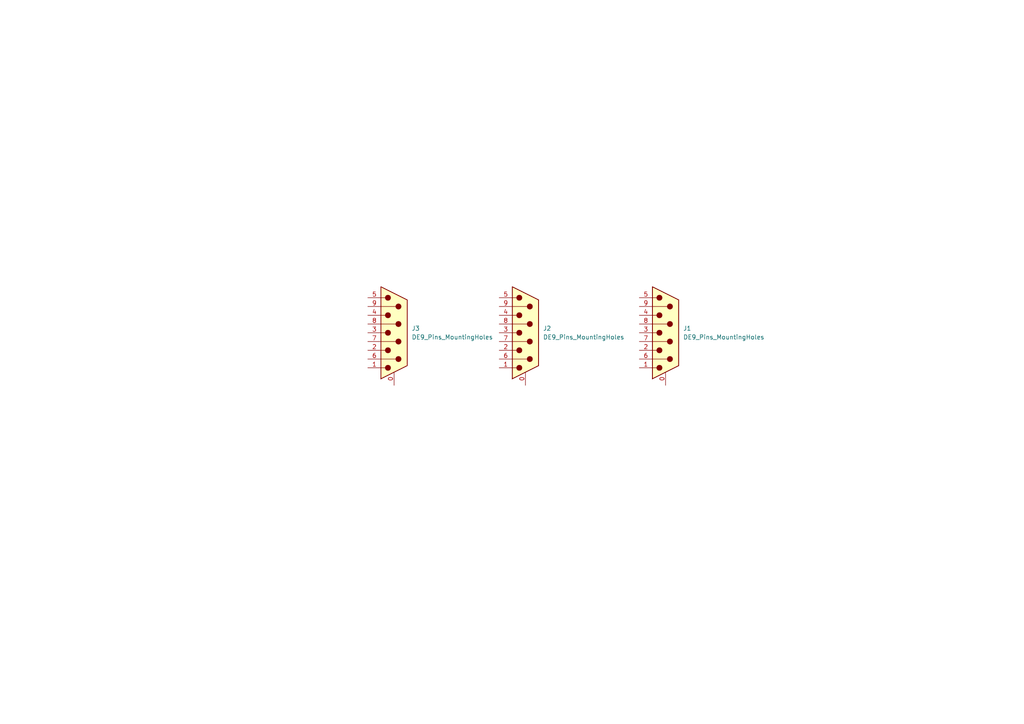
<source format=kicad_sch>
(kicad_sch (version 20250114) (generator "eeschema") (generator_version "9.0")
  (paper "A4")
  (lib_symbols
    (symbol "Connector:DE9_Pins_MountingHoles" (pin_names (offset 1.016) (hide yes))
      (property "Reference" "J" (at 0 16.51 0))
      (property "Value" "DE9_Pins_MountingHoles" (at 0 14.605 0))
      (symbol "DE9_Pins_MountingHoles_0_1"
        (polyline (pts (xy -3.81 10.16) (xy -2.54 10.16)))
        (polyline (pts (xy -3.81 7.62) (xy 0.508 7.62)))
        (polyline (pts (xy -3.81 5.08) (xy -2.54 5.08)))
        (polyline (pts (xy -3.81 2.54) (xy 0.508 2.54)))
        (polyline (pts (xy -3.81 0) (xy -2.54 0)))
        (polyline (pts (xy -3.81 -2.54) (xy 0.508 -2.54)))
        (polyline (pts (xy -3.81 -5.08) (xy -2.54 -5.08)))
        (polyline (pts (xy -3.81 -7.62) (xy 0.508 -7.62)))
        (polyline (pts (xy -3.81 -10.16) (xy -2.54 -10.16)))
        (polyline (pts (xy -3.81 -13.335) (xy -3.81 13.335) (xy 3.81 9.525) (xy 3.81 -9.525) (xy -3.81 -13.335)) (stroke (width 0.254)) (fill (type background)))
        (circle (center -1.778 10.16) (radius 0.762) (fill (type outline)))
        (circle (center -1.778 5.08) (radius 0.762) (fill (type outline)))
        (circle (center -1.778 0) (radius 0.762) (fill (type outline)))
        (circle (center -1.778 -5.08) (radius 0.762) (fill (type outline)))
        (circle (center -1.778 -10.16) (radius 0.762) (fill (type outline)))
        (circle (center 1.27 7.62) (radius 0.762) (fill (type outline)))
        (circle (center 1.27 2.54) (radius 0.762) (fill (type outline)))
        (circle (center 1.27 -2.54) (radius 0.762) (fill (type outline)))
        (circle (center 1.27 -7.62) (radius 0.762) (fill (type outline)))
      )
      (symbol "DE9_Pins_MountingHoles_1_1"
        (pin passive line (at -7.62 10.16 0) (length 3.81) (name "5") (number "5"))
        (pin passive line (at -7.62 7.62 0) (length 3.81) (name "9") (number "9"))
        (pin passive line (at -7.62 5.08 0) (length 3.81) (name "4") (number "4"))
        (pin passive line (at -7.62 2.54 0) (length 3.81) (name "8") (number "8"))
        (pin passive line (at -7.62 0 0) (length 3.81) (name "3") (number "3"))
        (pin passive line (at -7.62 -2.54 0) (length 3.81) (name "7") (number "7"))
        (pin passive line (at -7.62 -5.08 0) (length 3.81) (name "2") (number "2"))
        (pin passive line (at -7.62 -7.62 0) (length 3.81) (name "6") (number "6"))
        (pin passive line (at -7.62 -10.16 0) (length 3.81) (name "1") (number "1"))
        (pin passive line (at 0 -15.24 90) (length 3.81) (name "PAD") (number "0"))
      )
    )
  )
  (symbol (lib_id "Connector:DE9_Pins_MountingHoles") (at 114.3 96.52 0) (unit 1)
    (property "Reference" "J3" (at 119.38 95.2499 0) (effects (justify left)))
    (property "Value" "DE9_Pins_MountingHoles" (at 119.38 97.7899 0) (effects (justify left)))
    (property "Footprint" "Connector_Dsub:DSUB-9_Pins_Horizontal_P2.77x2.84mm_EdgePinOffset4.94mm_Housed_MountingHolesOffset4.94mm" (effects (hide yes)))
    (property "Description" "9-pin D-SUB connector, pins (male), Mounting Hole" (effects (hide yes)))
  )
  (symbol (lib_id "Connector:DE9_Pins_MountingHoles") (at 152.4 96.52 0) (unit 1)
    (property "Reference" "J2" (at 157.48 95.2499 0) (effects (justify left)))
    (property "Value" "DE9_Pins_MountingHoles" (at 157.48 97.7899 0) (effects (justify left)))
    (property "Footprint" "Connector_Dsub:DSUB-9_Pins_Horizontal_P2.77x2.84mm_EdgePinOffset4.94mm_Housed_MountingHolesOffset4.94mm" (effects (hide yes)))
    (property "Description" "9-pin D-SUB connector, pins (male), Mounting Hole" (effects (hide yes)))
  )
  (symbol (lib_id "Connector:DE9_Pins_MountingHoles") (at 193.04 96.52 0) (unit 1)
    (property "Reference" "J1" (at 198.12 95.2499 0) (effects (justify left)))
    (property "Value" "DE9_Pins_MountingHoles" (at 198.12 97.7899 0) (effects (justify left)))
    (property "Footprint" "Connector_Dsub:DSUB-9_Pins_Horizontal_P2.77x2.84mm_EdgePinOffset4.94mm_Housed_MountingHolesOffset4.94mm" (effects (hide yes)))
    (property "Description" "9-pin D-SUB connector, pins (male), Mounting Hole" (effects (hide yes)))
  )
)
</source>
